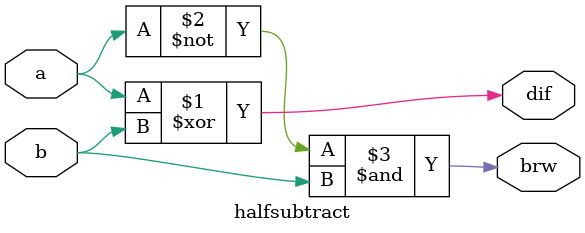
<source format=v>
module halfsubtract(input a,b,output dif,brw);                                     
xor(dif,a,b);                                                               
and(brw,~a,b);                                                              
endmodule 


</source>
